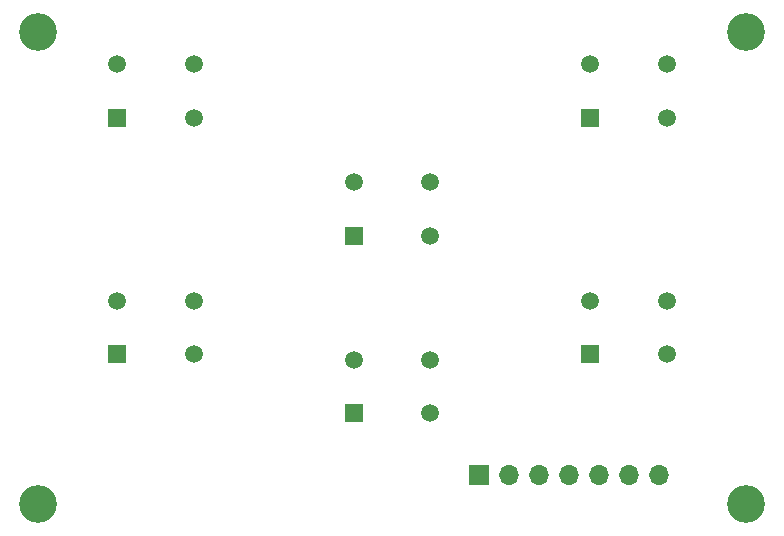
<source format=gbr>
%TF.GenerationSoftware,KiCad,Pcbnew,(6.0.9)*%
%TF.CreationDate,2023-03-01T09:46:18+01:00*%
%TF.ProjectId,input-panel,696e7075-742d-4706-916e-656c2e6b6963,rev?*%
%TF.SameCoordinates,Original*%
%TF.FileFunction,Soldermask,Top*%
%TF.FilePolarity,Negative*%
%FSLAX46Y46*%
G04 Gerber Fmt 4.6, Leading zero omitted, Abs format (unit mm)*
G04 Created by KiCad (PCBNEW (6.0.9)) date 2023-03-01 09:46:18*
%MOMM*%
%LPD*%
G01*
G04 APERTURE LIST*
%ADD10R,1.508000X1.508000*%
%ADD11C,1.508000*%
%ADD12C,3.200000*%
%ADD13O,1.700000X1.700000*%
%ADD14R,1.700000X1.700000*%
G04 APERTURE END LIST*
D10*
%TO.C,S6*%
X159250000Y-84750000D03*
D11*
X165750000Y-84750000D03*
X159250000Y-80250000D03*
X165750000Y-80250000D03*
%TD*%
D10*
%TO.C,S5*%
X159250000Y-104750000D03*
D11*
X165750000Y-104750000D03*
X159250000Y-100250000D03*
X165750000Y-100250000D03*
%TD*%
D10*
%TO.C,S4*%
X119250000Y-104750000D03*
D11*
X125750000Y-104750000D03*
X119250000Y-100250000D03*
X125750000Y-100250000D03*
%TD*%
D10*
%TO.C,S3*%
X139250000Y-94750000D03*
D11*
X145750000Y-94750000D03*
X139250000Y-90250000D03*
X145750000Y-90250000D03*
%TD*%
D10*
%TO.C,S2*%
X139250000Y-109750000D03*
D11*
X145750000Y-109750000D03*
X139250000Y-105250000D03*
X145750000Y-105250000D03*
%TD*%
D10*
%TO.C,S1*%
X119250000Y-84750000D03*
D11*
X125750000Y-84750000D03*
X119250000Y-80250000D03*
X125750000Y-80250000D03*
%TD*%
D12*
%TO.C,H4*%
X172500000Y-77500000D03*
%TD*%
%TO.C,H3*%
X112500000Y-117500000D03*
%TD*%
%TO.C,H1*%
X112500000Y-77500000D03*
%TD*%
%TO.C,H2*%
X172500000Y-117500000D03*
%TD*%
D13*
%TO.C,J1*%
X165115000Y-115000000D03*
X162575000Y-115000000D03*
X160035000Y-115000000D03*
X157495000Y-115000000D03*
X154955000Y-115000000D03*
X152415000Y-115000000D03*
D14*
X149875000Y-115000000D03*
%TD*%
M02*

</source>
